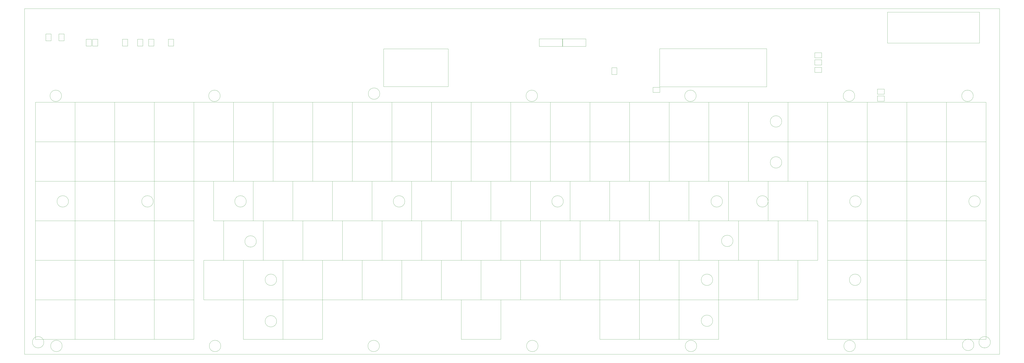
<source format=gbr>
%TF.GenerationSoftware,KiCad,Pcbnew,(6.0.5-0)*%
%TF.CreationDate,2022-06-24T21:01:45-04:00*%
%TF.ProjectId,SpaceCadet-rounded,53706163-6543-4616-9465-742d726f756e,rev?*%
%TF.SameCoordinates,Original*%
%TF.FileFunction,Other,User*%
%FSLAX46Y46*%
G04 Gerber Fmt 4.6, Leading zero omitted, Abs format (unit mm)*
G04 Created by KiCad (PCBNEW (6.0.5-0)) date 2022-06-24 21:01:45*
%MOMM*%
%LPD*%
G01*
G04 APERTURE LIST*
%TA.AperFunction,Profile*%
%ADD10C,0.100000*%
%TD*%
%ADD11C,0.050000*%
%ADD12C,0.120000*%
G04 APERTURE END LIST*
D10*
X64250000Y-81300000D02*
X533250000Y-81300000D01*
X533250000Y-81300000D02*
X533250000Y-247900000D01*
X533250000Y-247900000D02*
X64250000Y-247900000D01*
X64250000Y-247900000D02*
X64250000Y-81300000D01*
D11*
%TO.C,REF\u002A\u002A*%
X82350000Y-243900000D02*
G75*
G03*
X82350000Y-243900000I-2750000J0D01*
G01*
D12*
%TO.C,SW91*%
X469525000Y-183525000D02*
X450475000Y-183525000D01*
X450475000Y-183525000D02*
X450475000Y-202575000D01*
X450475000Y-202575000D02*
X469525000Y-202575000D01*
X469525000Y-202575000D02*
X469525000Y-183525000D01*
D11*
%TO.C,REF\u002A\u002A*%
X387300000Y-123300000D02*
G75*
G03*
X387300000Y-123300000I-2750000J0D01*
G01*
D12*
%TO.C,SW73*%
X107575000Y-183525000D02*
X88525000Y-183525000D01*
X88525000Y-183525000D02*
X88525000Y-202575000D01*
X88525000Y-202575000D02*
X107575000Y-202575000D01*
X107575000Y-202575000D02*
X107575000Y-183525000D01*
%TO.C,SW104*%
X264737500Y-202575000D02*
X245687500Y-202575000D01*
X245687500Y-202575000D02*
X245687500Y-221625000D01*
X245687500Y-221625000D02*
X264737500Y-221625000D01*
X264737500Y-221625000D02*
X264737500Y-202575000D01*
%TO.C,SW31*%
X202825000Y-145425000D02*
X183775000Y-145425000D01*
X183775000Y-145425000D02*
X183775000Y-164475000D01*
X183775000Y-164475000D02*
X202825000Y-164475000D01*
X202825000Y-164475000D02*
X202825000Y-145425000D01*
D11*
%TO.C,REF\u002A\u002A*%
X466500000Y-212000000D02*
G75*
G03*
X466500000Y-212000000I-2750000J0D01*
G01*
D12*
%TO.C,SW7*%
X202825000Y-126375000D02*
X183775000Y-126375000D01*
X183775000Y-126375000D02*
X183775000Y-145425000D01*
X183775000Y-145425000D02*
X202825000Y-145425000D01*
X202825000Y-145425000D02*
X202825000Y-126375000D01*
%TO.C,SW112*%
X417137500Y-202575000D02*
X398087500Y-202575000D01*
X398087500Y-202575000D02*
X398087500Y-221625000D01*
X398087500Y-221625000D02*
X417137500Y-221625000D01*
X417137500Y-221625000D02*
X417137500Y-202575000D01*
%TO.C,SW113*%
X436187500Y-202575000D02*
X417137500Y-202575000D01*
X417137500Y-202575000D02*
X417137500Y-221625000D01*
X417137500Y-221625000D02*
X436187500Y-221625000D01*
X436187500Y-221625000D02*
X436187500Y-202575000D01*
%TO.C,SW127*%
X507625000Y-221625000D02*
X488575000Y-221625000D01*
X488575000Y-221625000D02*
X488575000Y-240675000D01*
X488575000Y-240675000D02*
X507625000Y-240675000D01*
X507625000Y-240675000D02*
X507625000Y-221625000D01*
D11*
%TO.C,REF\u002A\u002A*%
X463550000Y-123300000D02*
G75*
G03*
X463550000Y-123300000I-2750000J0D01*
G01*
%TO.C,U2*%
X369753000Y-100553000D02*
X369753000Y-118903000D01*
X421203000Y-118903000D02*
X421203000Y-100553000D01*
X369753000Y-118903000D02*
X421203000Y-118903000D01*
X421203000Y-100553000D02*
X369753000Y-100553000D01*
D12*
%TO.C,SW1*%
X88525000Y-126375000D02*
X69475000Y-126375000D01*
X69475000Y-126375000D02*
X69475000Y-145425000D01*
X69475000Y-145425000D02*
X88525000Y-145425000D01*
X88525000Y-145425000D02*
X88525000Y-126375000D01*
%TO.C,SW10*%
X259975000Y-126375000D02*
X240925000Y-126375000D01*
X240925000Y-126375000D02*
X240925000Y-145425000D01*
X240925000Y-145425000D02*
X259975000Y-145425000D01*
X259975000Y-145425000D02*
X259975000Y-126375000D01*
D11*
%TO.C,REF\u002A\u002A*%
X170900000Y-174200000D02*
G75*
G03*
X170900000Y-174200000I-2750000J0D01*
G01*
D12*
%TO.C,SW59*%
X288550000Y-164475000D02*
X269500000Y-164475000D01*
X269500000Y-164475000D02*
X269500000Y-183525000D01*
X269500000Y-183525000D02*
X288550000Y-183525000D01*
X288550000Y-183525000D02*
X288550000Y-164475000D01*
D11*
%TO.C,J0*%
X479271000Y-97874000D02*
X523521000Y-97874000D01*
X479271000Y-82974000D02*
X479271000Y-97874000D01*
X523521000Y-97874000D02*
X523521000Y-82974000D01*
X523521000Y-82974000D02*
X479271000Y-82974000D01*
D12*
%TO.C,SW98*%
X145675000Y-202575000D02*
X126625000Y-202575000D01*
X126625000Y-202575000D02*
X126625000Y-221625000D01*
X126625000Y-221625000D02*
X145675000Y-221625000D01*
X145675000Y-221625000D02*
X145675000Y-202575000D01*
%TO.C,SW93*%
X507625000Y-183525000D02*
X488575000Y-183525000D01*
X488575000Y-183525000D02*
X488575000Y-202575000D01*
X488575000Y-202575000D02*
X507625000Y-202575000D01*
X507625000Y-202575000D02*
X507625000Y-183525000D01*
D11*
%TO.C,U1*%
X236951000Y-100628000D02*
X236951000Y-118828000D01*
X236951000Y-118828000D02*
X268001000Y-118828000D01*
X268001000Y-100628000D02*
X236951000Y-100628000D01*
X268001000Y-118828000D02*
X268001000Y-100628000D01*
%TO.C,REF\u002A\u002A*%
X82050000Y-123300000D02*
G75*
G03*
X82050000Y-123300000I-2750000J0D01*
G01*
X523950000Y-174200000D02*
G75*
G03*
X523950000Y-174200000I-2750000J0D01*
G01*
D12*
%TO.C,SW119*%
X107575000Y-221625000D02*
X88525000Y-221625000D01*
X88525000Y-221625000D02*
X88525000Y-240675000D01*
X88525000Y-240675000D02*
X107575000Y-240675000D01*
X107575000Y-240675000D02*
X107575000Y-221625000D01*
%TO.C,SW57*%
X250450000Y-164475000D02*
X231400000Y-164475000D01*
X231400000Y-164475000D02*
X231400000Y-183525000D01*
X231400000Y-183525000D02*
X250450000Y-183525000D01*
X250450000Y-183525000D02*
X250450000Y-164475000D01*
%TO.C,SW92*%
X488575000Y-183525000D02*
X469525000Y-183525000D01*
X469525000Y-183525000D02*
X469525000Y-202575000D01*
X469525000Y-202575000D02*
X488575000Y-202575000D01*
X488575000Y-202575000D02*
X488575000Y-183525000D01*
%TO.C,SW83*%
X312362500Y-183525000D02*
X293312500Y-183525000D01*
X293312500Y-183525000D02*
X293312500Y-202575000D01*
X293312500Y-202575000D02*
X312362500Y-202575000D01*
X312362500Y-202575000D02*
X312362500Y-183525000D01*
D11*
%TO.C,J3_2*%
X334266000Y-99463000D02*
X334266000Y-95863000D01*
X334266000Y-95863000D02*
X323066000Y-95863000D01*
X323066000Y-95863000D02*
X323066000Y-99463000D01*
X323066000Y-99463000D02*
X334266000Y-99463000D01*
D12*
%TO.C,SW97*%
X126625000Y-202575000D02*
X107575000Y-202575000D01*
X107575000Y-202575000D02*
X107575000Y-221625000D01*
X107575000Y-221625000D02*
X126625000Y-221625000D01*
X126625000Y-221625000D02*
X126625000Y-202575000D01*
%TO.C,SW76*%
X179012500Y-183525000D02*
X159962500Y-183525000D01*
X159962500Y-183525000D02*
X159962500Y-202575000D01*
X159962500Y-202575000D02*
X179012500Y-202575000D01*
X179012500Y-202575000D02*
X179012500Y-183525000D01*
%TO.C,SW110*%
X379037500Y-202575000D02*
X359987500Y-202575000D01*
X359987500Y-202575000D02*
X359987500Y-221625000D01*
X359987500Y-221625000D02*
X379037500Y-221625000D01*
X379037500Y-221625000D02*
X379037500Y-202575000D01*
D11*
%TO.C,REF\u002A\u002A*%
X421900000Y-174200000D02*
G75*
G03*
X421900000Y-174200000I-2750000J0D01*
G01*
D12*
%TO.C,SW128*%
X526675000Y-221625000D02*
X507625000Y-221625000D01*
X507625000Y-221625000D02*
X507625000Y-240675000D01*
X507625000Y-240675000D02*
X526675000Y-240675000D01*
X526675000Y-240675000D02*
X526675000Y-221625000D01*
%TO.C,SW55*%
X212350000Y-164475000D02*
X193300000Y-164475000D01*
X193300000Y-164475000D02*
X193300000Y-183525000D01*
X193300000Y-183525000D02*
X212350000Y-183525000D01*
X212350000Y-183525000D02*
X212350000Y-164475000D01*
%TO.C,SW5*%
X164725000Y-126375000D02*
X145675000Y-126375000D01*
X145675000Y-126375000D02*
X145675000Y-145425000D01*
X145675000Y-145425000D02*
X164725000Y-145425000D01*
X164725000Y-145425000D02*
X164725000Y-126375000D01*
D11*
%TO.C,JP29*%
X111322800Y-99287600D02*
X111322800Y-95987600D01*
X111322800Y-99287600D02*
X113822800Y-99287600D01*
X113822800Y-95987600D02*
X113822800Y-99287600D01*
X113822800Y-95987600D02*
X111322800Y-95987600D01*
D12*
%TO.C,SW105*%
X283787500Y-202575000D02*
X264737500Y-202575000D01*
X264737500Y-202575000D02*
X264737500Y-221625000D01*
X264737500Y-221625000D02*
X283787500Y-221625000D01*
X283787500Y-221625000D02*
X283787500Y-202575000D01*
%TO.C,SW33*%
X240925000Y-145425000D02*
X221875000Y-145425000D01*
X221875000Y-145425000D02*
X221875000Y-164475000D01*
X221875000Y-164475000D02*
X240925000Y-164475000D01*
X240925000Y-164475000D02*
X240925000Y-145425000D01*
%TO.C,SW86*%
X369512500Y-183525000D02*
X350462500Y-183525000D01*
X350462500Y-183525000D02*
X350462500Y-202575000D01*
X350462500Y-202575000D02*
X369512500Y-202575000D01*
X369512500Y-202575000D02*
X369512500Y-183525000D01*
D11*
%TO.C,REF\u002A\u002A*%
X185500000Y-212000000D02*
G75*
G03*
X185500000Y-212000000I-2750000J0D01*
G01*
D12*
%TO.C,SW61*%
X326650000Y-164475000D02*
X307600000Y-164475000D01*
X307600000Y-164475000D02*
X307600000Y-183525000D01*
X307600000Y-183525000D02*
X326650000Y-183525000D01*
X326650000Y-183525000D02*
X326650000Y-164475000D01*
%TO.C,SW8*%
X221875000Y-126375000D02*
X202825000Y-126375000D01*
X202825000Y-126375000D02*
X202825000Y-145425000D01*
X202825000Y-145425000D02*
X221875000Y-145425000D01*
X221875000Y-145425000D02*
X221875000Y-126375000D01*
%TO.C,SW15*%
X355225000Y-126375000D02*
X336175000Y-126375000D01*
X336175000Y-126375000D02*
X336175000Y-145425000D01*
X336175000Y-145425000D02*
X355225000Y-145425000D01*
X355225000Y-145425000D02*
X355225000Y-126375000D01*
D11*
%TO.C,REF\u002A\u002A*%
X466650000Y-174200000D02*
G75*
G03*
X466650000Y-174200000I-2750000J0D01*
G01*
D12*
%TO.C,SW69*%
X488575000Y-164475000D02*
X469525000Y-164475000D01*
X469525000Y-164475000D02*
X469525000Y-183525000D01*
X469525000Y-183525000D02*
X488575000Y-183525000D01*
X488575000Y-183525000D02*
X488575000Y-164475000D01*
%TO.C,SW50*%
X107575000Y-164475000D02*
X88525000Y-164475000D01*
X88525000Y-164475000D02*
X88525000Y-183525000D01*
X88525000Y-183525000D02*
X107575000Y-183525000D01*
X107575000Y-183525000D02*
X107575000Y-164475000D01*
%TO.C,SW44*%
X450475000Y-145425000D02*
X431425000Y-145425000D01*
X431425000Y-145425000D02*
X431425000Y-164475000D01*
X431425000Y-164475000D02*
X450475000Y-164475000D01*
X450475000Y-164475000D02*
X450475000Y-145425000D01*
%TO.C,SW115*%
X488575000Y-202575000D02*
X469525000Y-202575000D01*
X469525000Y-202575000D02*
X469525000Y-221625000D01*
X469525000Y-221625000D02*
X488575000Y-221625000D01*
X488575000Y-221625000D02*
X488575000Y-202575000D01*
%TO.C,SW16*%
X374275000Y-126375000D02*
X355225000Y-126375000D01*
X355225000Y-126375000D02*
X355225000Y-145425000D01*
X355225000Y-145425000D02*
X374275000Y-145425000D01*
X374275000Y-145425000D02*
X374275000Y-126375000D01*
D11*
%TO.C,REF\u002A\u002A*%
X85400000Y-174200000D02*
G75*
G03*
X85400000Y-174200000I-2750000J0D01*
G01*
D12*
%TO.C,SW19*%
X431425000Y-126375000D02*
X412375000Y-126375000D01*
X412375000Y-126375000D02*
X412375000Y-145425000D01*
X412375000Y-145425000D02*
X431425000Y-145425000D01*
X431425000Y-145425000D02*
X431425000Y-126375000D01*
%TO.C,SW120*%
X126625000Y-221625000D02*
X107575000Y-221625000D01*
X107575000Y-221625000D02*
X107575000Y-240675000D01*
X107575000Y-240675000D02*
X126625000Y-240675000D01*
X126625000Y-240675000D02*
X126625000Y-221625000D01*
D11*
%TO.C,REF\u002A\u002A*%
X520550000Y-123300000D02*
G75*
G03*
X520550000Y-123300000I-2750000J0D01*
G01*
D12*
%TO.C,SW49*%
X88525000Y-164475000D02*
X69475000Y-164475000D01*
X69475000Y-164475000D02*
X69475000Y-183525000D01*
X69475000Y-183525000D02*
X88525000Y-183525000D01*
X88525000Y-183525000D02*
X88525000Y-164475000D01*
%TO.C,SW70*%
X507625000Y-164475000D02*
X488575000Y-164475000D01*
X488575000Y-164475000D02*
X488575000Y-183525000D01*
X488575000Y-183525000D02*
X507625000Y-183525000D01*
X507625000Y-183525000D02*
X507625000Y-164475000D01*
%TO.C,SW28*%
X145675000Y-145425000D02*
X126625000Y-145425000D01*
X126625000Y-145425000D02*
X126625000Y-164475000D01*
X126625000Y-164475000D02*
X145675000Y-164475000D01*
X145675000Y-164475000D02*
X145675000Y-145425000D01*
D11*
%TO.C,JP30*%
X118638000Y-99287600D02*
X121138000Y-99287600D01*
X121138000Y-95987600D02*
X118638000Y-95987600D01*
X118638000Y-99287600D02*
X118638000Y-95987600D01*
X121138000Y-95987600D02*
X121138000Y-99287600D01*
D12*
%TO.C,SW54*%
X193300000Y-164475000D02*
X174250000Y-164475000D01*
X174250000Y-164475000D02*
X174250000Y-183525000D01*
X174250000Y-183525000D02*
X193300000Y-183525000D01*
X193300000Y-183525000D02*
X193300000Y-164475000D01*
%TO.C,SW67*%
X440950000Y-164475000D02*
X421900000Y-164475000D01*
X421900000Y-164475000D02*
X421900000Y-183525000D01*
X421900000Y-183525000D02*
X440950000Y-183525000D01*
X440950000Y-183525000D02*
X440950000Y-164475000D01*
D11*
%TO.C,JP19*%
X366471600Y-119184000D02*
X366471600Y-121684000D01*
X369771600Y-121684000D02*
X369771600Y-119184000D01*
X369771600Y-121684000D02*
X366471600Y-121684000D01*
X366471600Y-119184000D02*
X369771600Y-119184000D01*
D12*
%TO.C,SW56*%
X231400000Y-164475000D02*
X212350000Y-164475000D01*
X212350000Y-164475000D02*
X212350000Y-183525000D01*
X212350000Y-183525000D02*
X231400000Y-183525000D01*
X231400000Y-183525000D02*
X231400000Y-164475000D01*
%TO.C,SW89*%
X426662500Y-183525000D02*
X407612500Y-183525000D01*
X407612500Y-183525000D02*
X407612500Y-202575000D01*
X407612500Y-202575000D02*
X426662500Y-202575000D01*
X426662500Y-202575000D02*
X426662500Y-183525000D01*
%TO.C,SW48*%
X526675000Y-145425000D02*
X507625000Y-145425000D01*
X507625000Y-145425000D02*
X507625000Y-164475000D01*
X507625000Y-164475000D02*
X526675000Y-164475000D01*
X526675000Y-164475000D02*
X526675000Y-145425000D01*
%TO.C,SW122*%
X188537500Y-221625000D02*
X169487500Y-221625000D01*
X169487500Y-221625000D02*
X169487500Y-240675000D01*
X169487500Y-240675000D02*
X188537500Y-240675000D01*
X188537500Y-240675000D02*
X188537500Y-221625000D01*
%TO.C,SW84*%
X331412500Y-183525000D02*
X312362500Y-183525000D01*
X312362500Y-183525000D02*
X312362500Y-202575000D01*
X312362500Y-202575000D02*
X331412500Y-202575000D01*
X331412500Y-202575000D02*
X331412500Y-183525000D01*
D11*
%TO.C,JP22*%
X444346600Y-102484000D02*
X447646600Y-102484000D01*
X447646600Y-104984000D02*
X444346600Y-104984000D01*
X447646600Y-104984000D02*
X447646600Y-102484000D01*
X444346600Y-102484000D02*
X444346600Y-104984000D01*
D12*
%TO.C,SW123*%
X293312500Y-221625000D02*
X274262500Y-221625000D01*
X274262500Y-221625000D02*
X274262500Y-240675000D01*
X274262500Y-240675000D02*
X293312500Y-240675000D01*
X293312500Y-240675000D02*
X293312500Y-221625000D01*
%TO.C,SW62*%
X345700000Y-164475000D02*
X326650000Y-164475000D01*
X326650000Y-164475000D02*
X326650000Y-183525000D01*
X326650000Y-183525000D02*
X345700000Y-183525000D01*
X345700000Y-183525000D02*
X345700000Y-164475000D01*
%TO.C,SW100*%
X188537500Y-202575000D02*
X169487500Y-202575000D01*
X169487500Y-202575000D02*
X169487500Y-221625000D01*
X169487500Y-221625000D02*
X188537500Y-221625000D01*
X188537500Y-221625000D02*
X188537500Y-202575000D01*
%TO.C,SW22*%
X488575000Y-126375000D02*
X469525000Y-126375000D01*
X469525000Y-126375000D02*
X469525000Y-145425000D01*
X469525000Y-145425000D02*
X488575000Y-145425000D01*
X488575000Y-145425000D02*
X488575000Y-126375000D01*
%TO.C,SW116*%
X507625000Y-202575000D02*
X488575000Y-202575000D01*
X488575000Y-202575000D02*
X488575000Y-221625000D01*
X488575000Y-221625000D02*
X507625000Y-221625000D01*
X507625000Y-221625000D02*
X507625000Y-202575000D01*
%TO.C,SW32*%
X221875000Y-145425000D02*
X202825000Y-145425000D01*
X202825000Y-145425000D02*
X202825000Y-164475000D01*
X202825000Y-164475000D02*
X221875000Y-164475000D01*
X221875000Y-164475000D02*
X221875000Y-145425000D01*
%TO.C,SW51*%
X126625000Y-164475000D02*
X107575000Y-164475000D01*
X107575000Y-164475000D02*
X107575000Y-183525000D01*
X107575000Y-183525000D02*
X126625000Y-183525000D01*
X126625000Y-183525000D02*
X126625000Y-164475000D01*
D11*
%TO.C,JP20*%
X444346600Y-109509000D02*
X447646600Y-109509000D01*
X447646600Y-112009000D02*
X447646600Y-109509000D01*
X444346600Y-109509000D02*
X444346600Y-112009000D01*
X447646600Y-112009000D02*
X444346600Y-112009000D01*
D12*
%TO.C,SW24*%
X526675000Y-126375000D02*
X507625000Y-126375000D01*
X507625000Y-126375000D02*
X507625000Y-145425000D01*
X507625000Y-145425000D02*
X526675000Y-145425000D01*
X526675000Y-145425000D02*
X526675000Y-126375000D01*
%TO.C,SW14*%
X336175034Y-126375008D02*
X317125034Y-126375008D01*
X317125034Y-126375008D02*
X317125034Y-145425008D01*
X317125034Y-145425008D02*
X336175034Y-145425008D01*
X336175034Y-145425008D02*
X336175034Y-126375008D01*
%TO.C,SW40*%
X374275000Y-145425000D02*
X355225000Y-145425000D01*
X355225000Y-145425000D02*
X355225000Y-164475000D01*
X355225000Y-164475000D02*
X374275000Y-164475000D01*
X374275000Y-164475000D02*
X374275000Y-145425000D01*
%TO.C,SW64*%
X383800000Y-164475000D02*
X364750000Y-164475000D01*
X364750000Y-164475000D02*
X364750000Y-183525000D01*
X364750000Y-183525000D02*
X383800000Y-183525000D01*
X383800000Y-183525000D02*
X383800000Y-164475000D01*
%TO.C,SW95*%
X88525000Y-202575000D02*
X69475000Y-202575000D01*
X69475000Y-202575000D02*
X69475000Y-221625000D01*
X69475000Y-221625000D02*
X88525000Y-221625000D01*
X88525000Y-221625000D02*
X88525000Y-202575000D01*
%TO.C,SW82*%
X293312500Y-183525000D02*
X274262500Y-183525000D01*
X274262500Y-183525000D02*
X274262500Y-202575000D01*
X274262500Y-202575000D02*
X293312500Y-202575000D01*
X293312500Y-202575000D02*
X293312500Y-183525000D01*
%TO.C,SW17*%
X393325000Y-126375000D02*
X374275000Y-126375000D01*
X374275000Y-126375000D02*
X374275000Y-145425000D01*
X374275000Y-145425000D02*
X393325000Y-145425000D01*
X393325000Y-145425000D02*
X393325000Y-126375000D01*
D11*
%TO.C,REF\u002A\u002A*%
X73550000Y-242100000D02*
G75*
G03*
X73550000Y-242100000I-2750000J0D01*
G01*
D12*
%TO.C,SW87*%
X388562500Y-183525000D02*
X369512500Y-183525000D01*
X369512500Y-183525000D02*
X369512500Y-202575000D01*
X369512500Y-202575000D02*
X388562500Y-202575000D01*
X388562500Y-202575000D02*
X388562500Y-183525000D01*
D11*
%TO.C,JP26*%
X83292000Y-93484600D02*
X83292000Y-96784600D01*
X80792000Y-96784600D02*
X80792000Y-93484600D01*
X83292000Y-93484600D02*
X80792000Y-93484600D01*
X80792000Y-96784600D02*
X83292000Y-96784600D01*
%TO.C,REF\u002A\u002A*%
X158650000Y-243900000D02*
G75*
G03*
X158650000Y-243900000I-2750000J0D01*
G01*
D12*
%TO.C,SW99*%
X169487500Y-202575000D02*
X150437500Y-202575000D01*
X150437500Y-202575000D02*
X150437500Y-221625000D01*
X150437500Y-221625000D02*
X169487500Y-221625000D01*
X169487500Y-221625000D02*
X169487500Y-202575000D01*
%TO.C,SW124*%
X379037500Y-221625000D02*
X359987500Y-221625000D01*
X359987500Y-221625000D02*
X359987500Y-240675000D01*
X359987500Y-240675000D02*
X379037500Y-240675000D01*
X379037500Y-240675000D02*
X379037500Y-221625000D01*
%TO.C,SW88*%
X407612500Y-183525000D02*
X388562500Y-183525000D01*
X388562500Y-183525000D02*
X388562500Y-202575000D01*
X388562500Y-202575000D02*
X407612500Y-202575000D01*
X407612500Y-202575000D02*
X407612500Y-183525000D01*
%TO.C,SW90*%
X445712500Y-183525000D02*
X426662500Y-183525000D01*
X426662500Y-183525000D02*
X426662500Y-202575000D01*
X426662500Y-202575000D02*
X445712500Y-202575000D01*
X445712500Y-202575000D02*
X445712500Y-183525000D01*
D11*
%TO.C,REF\u002A\u002A*%
X428450000Y-135650000D02*
G75*
G03*
X428450000Y-135650000I-2750000J0D01*
G01*
X311250000Y-243900000D02*
G75*
G03*
X311250000Y-243900000I-2750000J0D01*
G01*
X520850000Y-243400000D02*
G75*
G03*
X520850000Y-243400000I-2750000J0D01*
G01*
D12*
%TO.C,SW107*%
X321887500Y-202575000D02*
X302837500Y-202575000D01*
X302837500Y-202575000D02*
X302837500Y-221625000D01*
X302837500Y-221625000D02*
X321887500Y-221625000D01*
X321887500Y-221625000D02*
X321887500Y-202575000D01*
%TO.C,SW101*%
X207587500Y-202575000D02*
X188537500Y-202575000D01*
X188537500Y-202575000D02*
X188537500Y-221625000D01*
X188537500Y-221625000D02*
X207587500Y-221625000D01*
X207587500Y-221625000D02*
X207587500Y-202575000D01*
%TO.C,SW46*%
X488575000Y-145425000D02*
X469525000Y-145425000D01*
X469525000Y-145425000D02*
X469525000Y-164475000D01*
X469525000Y-164475000D02*
X488575000Y-164475000D01*
X488575000Y-164475000D02*
X488575000Y-145425000D01*
%TO.C,SW109*%
X359987500Y-202575000D02*
X340937500Y-202575000D01*
X340937500Y-202575000D02*
X340937500Y-221625000D01*
X340937500Y-221625000D02*
X359987500Y-221625000D01*
X359987500Y-221625000D02*
X359987500Y-202575000D01*
%TO.C,SW66*%
X421900000Y-164475000D02*
X402850000Y-164475000D01*
X402850000Y-164475000D02*
X402850000Y-183525000D01*
X402850000Y-183525000D02*
X421900000Y-183525000D01*
X421900000Y-183525000D02*
X421900000Y-164475000D01*
%TO.C,SW79*%
X236162500Y-183525000D02*
X217112500Y-183525000D01*
X217112500Y-183525000D02*
X217112500Y-202575000D01*
X217112500Y-202575000D02*
X236162500Y-202575000D01*
X236162500Y-202575000D02*
X236162500Y-183525000D01*
%TO.C,SW102*%
X226637500Y-202575000D02*
X207587500Y-202575000D01*
X207587500Y-202575000D02*
X207587500Y-221625000D01*
X207587500Y-221625000D02*
X226637500Y-221625000D01*
X226637500Y-221625000D02*
X226637500Y-202575000D01*
%TO.C,SW85*%
X350462500Y-183525000D02*
X331412500Y-183525000D01*
X331412500Y-183525000D02*
X331412500Y-202575000D01*
X331412500Y-202575000D02*
X350462500Y-202575000D01*
X350462500Y-202575000D02*
X350462500Y-183525000D01*
%TO.C,SW121*%
X145675000Y-221625000D02*
X126625000Y-221625000D01*
X126625000Y-221625000D02*
X126625000Y-240675000D01*
X126625000Y-240675000D02*
X145675000Y-240675000D01*
X145675000Y-240675000D02*
X145675000Y-221625000D01*
%TO.C,SW52*%
X145675000Y-164475000D02*
X126625000Y-164475000D01*
X126625000Y-164475000D02*
X126625000Y-183525000D01*
X126625000Y-183525000D02*
X145675000Y-183525000D01*
X145675000Y-183525000D02*
X145675000Y-164475000D01*
%TO.C,SW23*%
X507625000Y-126375000D02*
X488575000Y-126375000D01*
X488575000Y-126375000D02*
X488575000Y-145425000D01*
X488575000Y-145425000D02*
X507625000Y-145425000D01*
X507625000Y-145425000D02*
X507625000Y-126375000D01*
%TO.C,SW21*%
X469525000Y-126375000D02*
X450475000Y-126375000D01*
X450475000Y-126375000D02*
X450475000Y-145425000D01*
X450475000Y-145425000D02*
X469525000Y-145425000D01*
X469525000Y-145425000D02*
X469525000Y-126375000D01*
D11*
%TO.C,REF\u002A\u002A*%
X528800000Y-242100000D02*
G75*
G03*
X528800000Y-242100000I-2750000J0D01*
G01*
D12*
%TO.C,SW68*%
X469525000Y-164475000D02*
X450475000Y-164475000D01*
X450475000Y-164475000D02*
X450475000Y-183525000D01*
X450475000Y-183525000D02*
X469525000Y-183525000D01*
X469525000Y-183525000D02*
X469525000Y-164475000D01*
D11*
%TO.C,REF\u002A\u002A*%
X405000000Y-193250000D02*
G75*
G03*
X405000000Y-193250000I-2750000J0D01*
G01*
%TO.C,J3_1*%
X322973000Y-99463000D02*
X322973000Y-95863000D01*
X311773000Y-99463000D02*
X322973000Y-99463000D01*
X322973000Y-95863000D02*
X311773000Y-95863000D01*
X311773000Y-95863000D02*
X311773000Y-99463000D01*
D12*
%TO.C,SW12*%
X298075000Y-126375000D02*
X279025000Y-126375000D01*
X279025000Y-126375000D02*
X279025000Y-145425000D01*
X279025000Y-145425000D02*
X298075000Y-145425000D01*
X298075000Y-145425000D02*
X298075000Y-126375000D01*
%TO.C,SW96*%
X107575000Y-202575000D02*
X88525000Y-202575000D01*
X88525000Y-202575000D02*
X88525000Y-221625000D01*
X88525000Y-221625000D02*
X107575000Y-221625000D01*
X107575000Y-221625000D02*
X107575000Y-202575000D01*
D11*
%TO.C,REF\u002A\u002A*%
X235125000Y-122250000D02*
G75*
G03*
X235125000Y-122250000I-2750000J0D01*
G01*
D12*
%TO.C,SW34*%
X259975000Y-145425000D02*
X240925000Y-145425000D01*
X240925000Y-145425000D02*
X240925000Y-164475000D01*
X240925000Y-164475000D02*
X259975000Y-164475000D01*
X259975000Y-164475000D02*
X259975000Y-145425000D01*
%TO.C,SW42*%
X412375000Y-145425000D02*
X393325000Y-145425000D01*
X393325000Y-145425000D02*
X393325000Y-164475000D01*
X393325000Y-164475000D02*
X412375000Y-164475000D01*
X412375000Y-164475000D02*
X412375000Y-145425000D01*
%TO.C,SW80*%
X255212500Y-183525000D02*
X236162500Y-183525000D01*
X236162500Y-183525000D02*
X236162500Y-202575000D01*
X236162500Y-202575000D02*
X255212500Y-202575000D01*
X255212500Y-202575000D02*
X255212500Y-183525000D01*
D11*
%TO.C,JP28*%
X99446400Y-95987600D02*
X99446400Y-99287600D01*
X96946400Y-99287600D02*
X99446400Y-99287600D01*
X96946400Y-99287600D02*
X96946400Y-95987600D01*
X99446400Y-95987600D02*
X96946400Y-95987600D01*
D12*
%TO.C,SW6*%
X183775000Y-126375000D02*
X164725000Y-126375000D01*
X164725000Y-126375000D02*
X164725000Y-145425000D01*
X164725000Y-145425000D02*
X183775000Y-145425000D01*
X183775000Y-145425000D02*
X183775000Y-126375000D01*
%TO.C,SW118*%
X88525000Y-221625000D02*
X69475000Y-221625000D01*
X69475000Y-221625000D02*
X69475000Y-240675000D01*
X69475000Y-240675000D02*
X88525000Y-240675000D01*
X88525000Y-240675000D02*
X88525000Y-221625000D01*
%TO.C,SW74*%
X126625000Y-183525000D02*
X107575000Y-183525000D01*
X107575000Y-183525000D02*
X107575000Y-202575000D01*
X107575000Y-202575000D02*
X126625000Y-202575000D01*
X126625000Y-202575000D02*
X126625000Y-183525000D01*
%TO.C,SW4*%
X145675000Y-126375000D02*
X126625000Y-126375000D01*
X126625000Y-126375000D02*
X126625000Y-145425000D01*
X126625000Y-145425000D02*
X145675000Y-145425000D01*
X145675000Y-145425000D02*
X145675000Y-126375000D01*
%TO.C,SW45*%
X469525000Y-145425000D02*
X450475000Y-145425000D01*
X450475000Y-145425000D02*
X450475000Y-164475000D01*
X450475000Y-164475000D02*
X469525000Y-164475000D01*
X469525000Y-164475000D02*
X469525000Y-145425000D01*
%TO.C,SW43*%
X431425000Y-145425000D02*
X412375000Y-145425000D01*
X412375000Y-145425000D02*
X412375000Y-164475000D01*
X412375000Y-164475000D02*
X431425000Y-164475000D01*
X431425000Y-164475000D02*
X431425000Y-145425000D01*
D11*
%TO.C,REF\u002A\u002A*%
X323400000Y-174200000D02*
G75*
G03*
X323400000Y-174200000I-2750000J0D01*
G01*
X234950000Y-243900000D02*
G75*
G03*
X234950000Y-243900000I-2750000J0D01*
G01*
X387550000Y-243900000D02*
G75*
G03*
X387550000Y-243900000I-2750000J0D01*
G01*
%TO.C,JP21*%
X447646600Y-108425000D02*
X447646600Y-105925000D01*
X444346600Y-105925000D02*
X447646600Y-105925000D01*
X444346600Y-105925000D02*
X444346600Y-108425000D01*
X447646600Y-108425000D02*
X444346600Y-108425000D01*
D12*
%TO.C,SW103*%
X245687500Y-202575000D02*
X226637500Y-202575000D01*
X226637500Y-202575000D02*
X226637500Y-221625000D01*
X226637500Y-221625000D02*
X245687500Y-221625000D01*
X245687500Y-221625000D02*
X245687500Y-202575000D01*
%TO.C,SW20*%
X450475000Y-126375000D02*
X431425000Y-126375000D01*
X431425000Y-126375000D02*
X431425000Y-145425000D01*
X431425000Y-145425000D02*
X450475000Y-145425000D01*
X450475000Y-145425000D02*
X450475000Y-126375000D01*
D11*
%TO.C,REF\u002A\u002A*%
X158362500Y-123300000D02*
G75*
G03*
X158362500Y-123300000I-2750000J0D01*
G01*
X399950000Y-174200000D02*
G75*
G03*
X399950000Y-174200000I-2750000J0D01*
G01*
D12*
%TO.C,SW13*%
X317125000Y-126375000D02*
X298075000Y-126375000D01*
X298075000Y-126375000D02*
X298075000Y-145425000D01*
X298075000Y-145425000D02*
X317125000Y-145425000D01*
X317125000Y-145425000D02*
X317125000Y-126375000D01*
%TO.C,SW30*%
X183775000Y-145425000D02*
X164725000Y-145425000D01*
X164725000Y-145425000D02*
X164725000Y-164475000D01*
X164725000Y-164475000D02*
X183775000Y-164475000D01*
X183775000Y-164475000D02*
X183775000Y-145425000D01*
%TO.C,SW58*%
X269500000Y-164475000D02*
X250450000Y-164475000D01*
X250450000Y-164475000D02*
X250450000Y-183525000D01*
X250450000Y-183525000D02*
X269500000Y-183525000D01*
X269500000Y-183525000D02*
X269500000Y-164475000D01*
D11*
%TO.C,REF\u002A\u002A*%
X126150000Y-174200000D02*
G75*
G03*
X126150000Y-174200000I-2750000J0D01*
G01*
D12*
%TO.C,SW78*%
X217112500Y-183525000D02*
X198062500Y-183525000D01*
X198062500Y-183525000D02*
X198062500Y-202575000D01*
X198062500Y-202575000D02*
X217112500Y-202575000D01*
X217112500Y-202575000D02*
X217112500Y-183525000D01*
%TO.C,SW123a0*%
X359987500Y-221625000D02*
X340937500Y-221625000D01*
X340937500Y-221625000D02*
X340937500Y-240675000D01*
X340937500Y-240675000D02*
X359987500Y-240675000D01*
X359987500Y-240675000D02*
X359987500Y-221625000D01*
%TO.C,SW125*%
X469525000Y-221625000D02*
X450475000Y-221625000D01*
X450475000Y-221625000D02*
X450475000Y-240675000D01*
X450475000Y-240675000D02*
X469525000Y-240675000D01*
X469525000Y-240675000D02*
X469525000Y-221625000D01*
%TO.C,SW37*%
X317125000Y-145425000D02*
X298075000Y-145425000D01*
X298075000Y-145425000D02*
X298075000Y-164475000D01*
X298075000Y-164475000D02*
X317125000Y-164475000D01*
X317125000Y-164475000D02*
X317125000Y-145425000D01*
%TO.C,SW122a0*%
X207587500Y-221625000D02*
X188537500Y-221625000D01*
X188537500Y-221625000D02*
X188537500Y-240675000D01*
X188537500Y-240675000D02*
X207587500Y-240675000D01*
X207587500Y-240675000D02*
X207587500Y-221625000D01*
D11*
%TO.C,REF\u002A\u002A*%
X175750000Y-193500000D02*
G75*
G03*
X175750000Y-193500000I-2750000J0D01*
G01*
D12*
%TO.C,SW81*%
X274262500Y-183525000D02*
X255212500Y-183525000D01*
X255212500Y-183525000D02*
X255212500Y-202575000D01*
X255212500Y-202575000D02*
X274262500Y-202575000D01*
X274262500Y-202575000D02*
X274262500Y-183525000D01*
%TO.C,SW39*%
X355225000Y-145425000D02*
X336175000Y-145425000D01*
X336175000Y-145425000D02*
X336175000Y-164475000D01*
X336175000Y-164475000D02*
X355225000Y-164475000D01*
X355225000Y-164475000D02*
X355225000Y-145425000D01*
%TO.C,SW72*%
X88525000Y-183525000D02*
X69475000Y-183525000D01*
X69475000Y-183525000D02*
X69475000Y-202575000D01*
X69475000Y-202575000D02*
X88525000Y-202575000D01*
X88525000Y-202575000D02*
X88525000Y-183525000D01*
D11*
%TO.C,JP31*%
X123972000Y-99287600D02*
X126472000Y-99287600D01*
X123972000Y-99287600D02*
X123972000Y-95987600D01*
X126472000Y-95987600D02*
X126472000Y-99287600D01*
X126472000Y-95987600D02*
X123972000Y-95987600D01*
D12*
%TO.C,SW3*%
X126625000Y-126375000D02*
X107575000Y-126375000D01*
X107575000Y-126375000D02*
X107575000Y-145425000D01*
X107575000Y-145425000D02*
X126625000Y-145425000D01*
X126625000Y-145425000D02*
X126625000Y-126375000D01*
%TO.C,SW27*%
X126625000Y-145425000D02*
X107575000Y-145425000D01*
X107575000Y-145425000D02*
X107575000Y-164475000D01*
X107575000Y-164475000D02*
X126625000Y-164475000D01*
X126625000Y-164475000D02*
X126625000Y-145425000D01*
%TO.C,SW94*%
X526675000Y-183525000D02*
X507625000Y-183525000D01*
X507625000Y-183525000D02*
X507625000Y-202575000D01*
X507625000Y-202575000D02*
X526675000Y-202575000D01*
X526675000Y-202575000D02*
X526675000Y-183525000D01*
%TO.C,SW117*%
X526675000Y-202575000D02*
X507625000Y-202575000D01*
X507625000Y-202575000D02*
X507625000Y-221625000D01*
X507625000Y-221625000D02*
X526675000Y-221625000D01*
X526675000Y-221625000D02*
X526675000Y-202575000D01*
%TO.C,SW26*%
X107575000Y-145425000D02*
X88525000Y-145425000D01*
X88525000Y-145425000D02*
X88525000Y-164475000D01*
X88525000Y-164475000D02*
X107575000Y-164475000D01*
X107575000Y-164475000D02*
X107575000Y-145425000D01*
%TO.C,SW18*%
X412375000Y-126375000D02*
X393325000Y-126375000D01*
X393325000Y-126375000D02*
X393325000Y-145425000D01*
X393325000Y-145425000D02*
X412375000Y-145425000D01*
X412375000Y-145425000D02*
X412375000Y-126375000D01*
D11*
%TO.C,JP27*%
X93898400Y-99287600D02*
X93898400Y-95987600D01*
X93898400Y-99287600D02*
X96398400Y-99287600D01*
X96398400Y-95987600D02*
X96398400Y-99287600D01*
X96398400Y-95987600D02*
X93898400Y-95987600D01*
D12*
%TO.C,SW53*%
X174250000Y-164475000D02*
X155200000Y-164475000D01*
X155200000Y-164475000D02*
X155200000Y-183525000D01*
X155200000Y-183525000D02*
X174250000Y-183525000D01*
X174250000Y-183525000D02*
X174250000Y-164475000D01*
%TO.C,SW124a0*%
X398087500Y-221625000D02*
X379037500Y-221625000D01*
X379037500Y-221625000D02*
X379037500Y-240675000D01*
X379037500Y-240675000D02*
X398087500Y-240675000D01*
X398087500Y-240675000D02*
X398087500Y-221625000D01*
D11*
%TO.C,REF\u002A\u002A*%
X395250000Y-212000000D02*
G75*
G03*
X395250000Y-212000000I-2750000J0D01*
G01*
D12*
%TO.C,SW60*%
X307600000Y-164475000D02*
X288550000Y-164475000D01*
X288550000Y-164475000D02*
X288550000Y-183525000D01*
X288550000Y-183525000D02*
X307600000Y-183525000D01*
X307600000Y-183525000D02*
X307600000Y-164475000D01*
%TO.C,SW29*%
X164725000Y-145425000D02*
X145675000Y-145425000D01*
X145675000Y-145425000D02*
X145675000Y-164475000D01*
X145675000Y-164475000D02*
X164725000Y-164475000D01*
X164725000Y-164475000D02*
X164725000Y-145425000D01*
%TO.C,SW126*%
X488575000Y-221625000D02*
X469525000Y-221625000D01*
X469525000Y-221625000D02*
X469525000Y-240675000D01*
X469525000Y-240675000D02*
X488575000Y-240675000D01*
X488575000Y-240675000D02*
X488575000Y-221625000D01*
%TO.C,SW71*%
X526675000Y-164475000D02*
X507625000Y-164475000D01*
X507625000Y-164475000D02*
X507625000Y-183525000D01*
X507625000Y-183525000D02*
X526675000Y-183525000D01*
X526675000Y-183525000D02*
X526675000Y-164475000D01*
%TO.C,SW111*%
X398087500Y-202575000D02*
X379037500Y-202575000D01*
X379037500Y-202575000D02*
X379037500Y-221625000D01*
X379037500Y-221625000D02*
X398087500Y-221625000D01*
X398087500Y-221625000D02*
X398087500Y-202575000D01*
%TO.C,SW9*%
X240925000Y-126375000D02*
X221875000Y-126375000D01*
X221875000Y-126375000D02*
X221875000Y-145425000D01*
X221875000Y-145425000D02*
X240925000Y-145425000D01*
X240925000Y-145425000D02*
X240925000Y-126375000D01*
%TO.C,SW2*%
X107575000Y-126375000D02*
X88525000Y-126375000D01*
X88525000Y-126375000D02*
X88525000Y-145425000D01*
X88525000Y-145425000D02*
X107575000Y-145425000D01*
X107575000Y-145425000D02*
X107575000Y-126375000D01*
%TO.C,SW77*%
X198062500Y-183525000D02*
X179012500Y-183525000D01*
X179012500Y-183525000D02*
X179012500Y-202575000D01*
X179012500Y-202575000D02*
X198062500Y-202575000D01*
X198062500Y-202575000D02*
X198062500Y-183525000D01*
%TO.C,SW36*%
X298075000Y-145425000D02*
X279025000Y-145425000D01*
X279025000Y-145425000D02*
X279025000Y-164475000D01*
X279025000Y-164475000D02*
X298075000Y-164475000D01*
X298075000Y-164475000D02*
X298075000Y-145425000D01*
%TO.C,SW75*%
X145675000Y-183525000D02*
X126625000Y-183525000D01*
X126625000Y-183525000D02*
X126625000Y-202575000D01*
X126625000Y-202575000D02*
X145675000Y-202575000D01*
X145675000Y-202575000D02*
X145675000Y-183525000D01*
D11*
%TO.C,REF\u002A\u002A*%
X185500000Y-232000000D02*
G75*
G03*
X185500000Y-232000000I-2750000J0D01*
G01*
X463850000Y-243900000D02*
G75*
G03*
X463850000Y-243900000I-2750000J0D01*
G01*
X428450000Y-155400000D02*
G75*
G03*
X428450000Y-155400000I-2750000J0D01*
G01*
D12*
%TO.C,SW47*%
X507625000Y-145425000D02*
X488575000Y-145425000D01*
X488575000Y-145425000D02*
X488575000Y-164475000D01*
X488575000Y-164475000D02*
X507625000Y-164475000D01*
X507625000Y-164475000D02*
X507625000Y-145425000D01*
%TO.C,SW25*%
X88525000Y-145425000D02*
X69475000Y-145425000D01*
X69475000Y-145425000D02*
X69475000Y-164475000D01*
X69475000Y-164475000D02*
X88525000Y-164475000D01*
X88525000Y-164475000D02*
X88525000Y-145425000D01*
D11*
%TO.C,JP23*%
X477725000Y-125875000D02*
X477725000Y-123375000D01*
X474425000Y-123375000D02*
X477725000Y-123375000D01*
X477725000Y-125875000D02*
X474425000Y-125875000D01*
X474425000Y-123375000D02*
X474425000Y-125875000D01*
%TO.C,JP25*%
X74492800Y-96784600D02*
X74492800Y-93484600D01*
X76992800Y-93484600D02*
X76992800Y-96784600D01*
X74492800Y-96784600D02*
X76992800Y-96784600D01*
X76992800Y-93484600D02*
X74492800Y-93484600D01*
D12*
%TO.C,SW38*%
X336175000Y-145425000D02*
X317125000Y-145425000D01*
X317125000Y-145425000D02*
X317125000Y-164475000D01*
X317125000Y-164475000D02*
X336175000Y-164475000D01*
X336175000Y-164475000D02*
X336175000Y-145425000D01*
D11*
%TO.C,JP32*%
X135920800Y-95987600D02*
X133420800Y-95987600D01*
X135920800Y-95987600D02*
X135920800Y-99287600D01*
X133420800Y-99287600D02*
X133420800Y-95987600D01*
X133420800Y-99287600D02*
X135920800Y-99287600D01*
%TO.C,JP18*%
X349175000Y-109700000D02*
X346675000Y-109700000D01*
X349175000Y-109700000D02*
X349175000Y-113000000D01*
X346675000Y-113000000D02*
X346675000Y-109700000D01*
X346675000Y-113000000D02*
X349175000Y-113000000D01*
%TO.C,REF\u002A\u002A*%
X395250000Y-231750000D02*
G75*
G03*
X395250000Y-231750000I-2750000J0D01*
G01*
D12*
%TO.C,SW108*%
X340937500Y-202575000D02*
X321887500Y-202575000D01*
X321887500Y-202575000D02*
X321887500Y-221625000D01*
X321887500Y-221625000D02*
X340937500Y-221625000D01*
X340937500Y-221625000D02*
X340937500Y-202575000D01*
%TO.C,SW65*%
X402850000Y-164475000D02*
X383800000Y-164475000D01*
X383800000Y-164475000D02*
X383800000Y-183525000D01*
X383800000Y-183525000D02*
X402850000Y-183525000D01*
X402850000Y-183525000D02*
X402850000Y-164475000D01*
%TO.C,SW41*%
X393325000Y-145425000D02*
X374275000Y-145425000D01*
X374275000Y-145425000D02*
X374275000Y-164475000D01*
X374275000Y-164475000D02*
X393325000Y-164475000D01*
X393325000Y-164475000D02*
X393325000Y-145425000D01*
D11*
%TO.C,REF\u002A\u002A*%
X247150000Y-174200000D02*
G75*
G03*
X247150000Y-174200000I-2750000J0D01*
G01*
D12*
%TO.C,SW114*%
X469525000Y-202575000D02*
X450475000Y-202575000D01*
X450475000Y-202575000D02*
X450475000Y-221625000D01*
X450475000Y-221625000D02*
X469525000Y-221625000D01*
X469525000Y-221625000D02*
X469525000Y-202575000D01*
D11*
%TO.C,REF\u002A\u002A*%
X310987500Y-123300000D02*
G75*
G03*
X310987500Y-123300000I-2750000J0D01*
G01*
D12*
%TO.C,SW106*%
X302837500Y-202575000D02*
X283787500Y-202575000D01*
X283787500Y-202575000D02*
X283787500Y-221625000D01*
X283787500Y-221625000D02*
X302837500Y-221625000D01*
X302837500Y-221625000D02*
X302837500Y-202575000D01*
D11*
%TO.C,JP24*%
X474425000Y-120000000D02*
X474425000Y-122500000D01*
X477725000Y-122500000D02*
X474425000Y-122500000D01*
X477725000Y-122500000D02*
X477725000Y-120000000D01*
X474425000Y-120000000D02*
X477725000Y-120000000D01*
D12*
%TO.C,SW11*%
X279025000Y-126375000D02*
X259975000Y-126375000D01*
X259975000Y-126375000D02*
X259975000Y-145425000D01*
X259975000Y-145425000D02*
X279025000Y-145425000D01*
X279025000Y-145425000D02*
X279025000Y-126375000D01*
%TO.C,SW63*%
X364750000Y-164475000D02*
X345700000Y-164475000D01*
X345700000Y-164475000D02*
X345700000Y-183525000D01*
X345700000Y-183525000D02*
X364750000Y-183525000D01*
X364750000Y-183525000D02*
X364750000Y-164475000D01*
%TO.C,SW35*%
X279025000Y-145425000D02*
X259975000Y-145425000D01*
X259975000Y-145425000D02*
X259975000Y-164475000D01*
X259975000Y-164475000D02*
X279025000Y-164475000D01*
X279025000Y-164475000D02*
X279025000Y-145425000D01*
%TD*%
M02*

</source>
